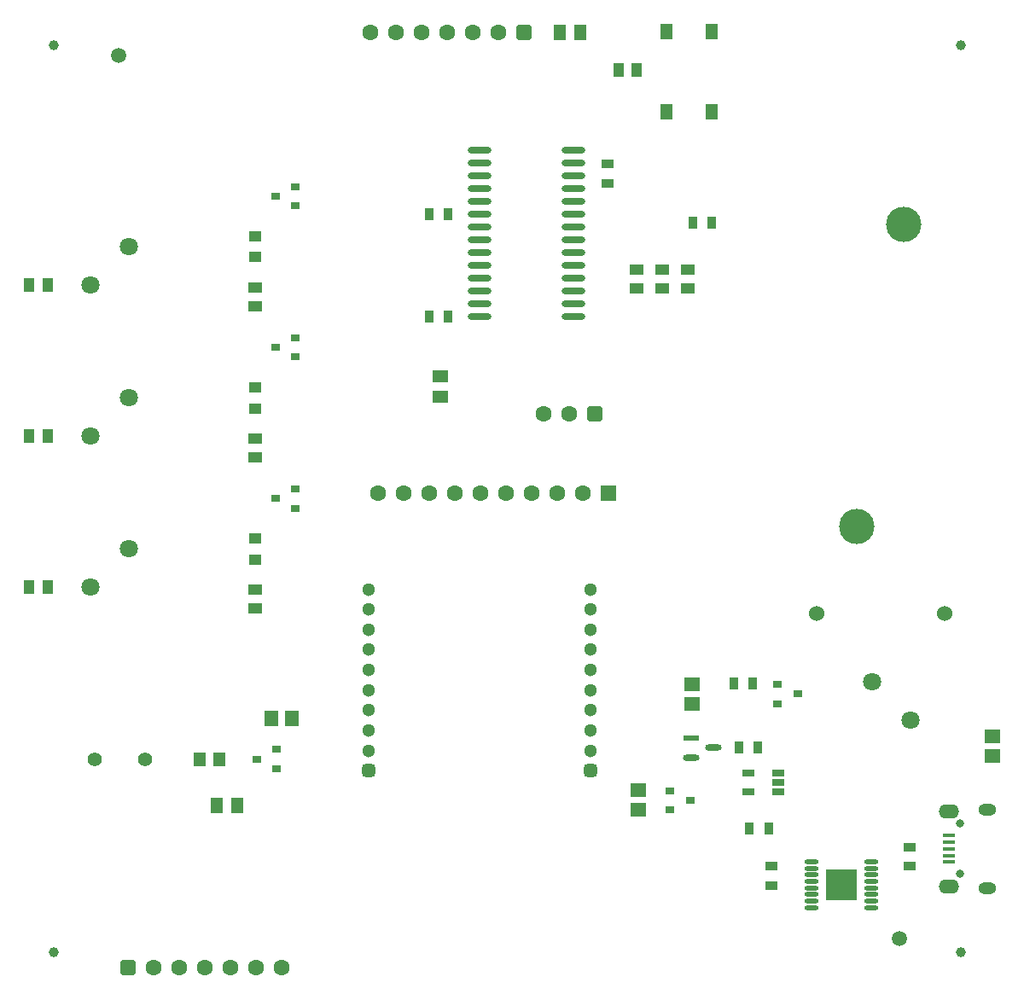
<source format=gbr>
%TF.GenerationSoftware,Altium Limited,Altium Designer,22.7.1 (60)*%
G04 Layer_Color=255*
%FSLAX43Y43*%
%MOMM*%
%TF.SameCoordinates,2B380584-264C-487A-9C59-0A3591007A03*%
%TF.FilePolarity,Positive*%
%TF.FileFunction,Pads,Top*%
%TF.Part,Single*%
G01*
G75*
%TA.AperFunction,FiducialPad,Global*%
%ADD10C,1.500*%
%TA.AperFunction,SMDPad,CuDef*%
%ADD11R,1.450X1.050*%
%ADD12R,1.250X1.550*%
%ADD13R,1.550X1.250*%
%ADD14R,1.350X1.550*%
%ADD15R,1.550X1.350*%
%ADD16R,1.300X1.550*%
G04:AMPARAMS|DCode=17|XSize=1.636mm|YSize=0.625mm|CornerRadius=0.313mm|HoleSize=0mm|Usage=FLASHONLY|Rotation=0.000|XOffset=0mm|YOffset=0mm|HoleType=Round|Shape=RoundedRectangle|*
%AMROUNDEDRECTD17*
21,1,1.636,0.000,0,0,0.0*
21,1,1.011,0.625,0,0,0.0*
1,1,0.625,0.505,0.000*
1,1,0.625,-0.505,0.000*
1,1,0.625,-0.505,0.000*
1,1,0.625,0.505,0.000*
%
%ADD17ROUNDEDRECTD17*%
%ADD18R,1.636X0.625*%
%ADD19R,1.300X0.450*%
%ADD20O,2.350X0.700*%
%ADD21R,0.900X1.300*%
%ADD22R,1.200X0.650*%
%ADD23R,1.300X0.900*%
%ADD24R,1.300X1.100*%
%ADD25R,1.000X1.350*%
%ADD26R,0.900X0.800*%
%ADD27O,1.400X0.450*%
%ADD28R,3.100X3.100*%
%ADD29R,1.200X1.450*%
%TA.AperFunction,ComponentPad*%
%ADD35C,1.600*%
G04:AMPARAMS|DCode=36|XSize=1.6mm|YSize=1.6mm|CornerRadius=0.4mm|HoleSize=0mm|Usage=FLASHONLY|Rotation=180.000|XOffset=0mm|YOffset=0mm|HoleType=Round|Shape=RoundedRectangle|*
%AMROUNDEDRECTD36*
21,1,1.600,0.800,0,0,180.0*
21,1,0.800,1.600,0,0,180.0*
1,1,0.800,-0.400,0.400*
1,1,0.800,0.400,0.400*
1,1,0.800,0.400,-0.400*
1,1,0.800,-0.400,-0.400*
%
%ADD36ROUNDEDRECTD36*%
%ADD37O,2.000X1.400*%
%ADD38C,0.800*%
%ADD39O,1.800X1.150*%
%ADD40C,1.530*%
%ADD41C,3.500*%
%ADD42C,1.300*%
G04:AMPARAMS|DCode=43|XSize=1.3mm|YSize=1.3mm|CornerRadius=0.325mm|HoleSize=0mm|Usage=FLASHONLY|Rotation=90.000|XOffset=0mm|YOffset=0mm|HoleType=Round|Shape=RoundedRectangle|*
%AMROUNDEDRECTD43*
21,1,1.300,0.650,0,0,90.0*
21,1,0.650,1.300,0,0,90.0*
1,1,0.650,0.325,0.325*
1,1,0.650,0.325,-0.325*
1,1,0.650,-0.325,-0.325*
1,1,0.650,-0.325,0.325*
%
%ADD43ROUNDEDRECTD43*%
%ADD44C,1.800*%
%ADD45R,1.600X1.600*%
%ADD46C,1.400*%
%TA.AperFunction,WasherPad*%
%ADD47C,1.000*%
D10*
X11430Y93980D02*
D03*
X88900Y6350D02*
D03*
D11*
X65405Y70830D02*
D03*
Y72680D02*
D03*
X62865Y70830D02*
D03*
Y72680D02*
D03*
X25000Y70925D02*
D03*
Y69075D02*
D03*
Y54075D02*
D03*
Y55925D02*
D03*
Y39075D02*
D03*
Y40925D02*
D03*
X67945Y72680D02*
D03*
Y70830D02*
D03*
D12*
X57286Y96266D02*
D03*
X55236D02*
D03*
X23250Y19558D02*
D03*
X21200D02*
D03*
D13*
X43355Y60075D02*
D03*
Y62125D02*
D03*
D14*
X26645Y28169D02*
D03*
X28595D02*
D03*
D15*
X68326Y29632D02*
D03*
Y31582D02*
D03*
X62992Y19091D02*
D03*
Y21041D02*
D03*
X98133Y24460D02*
D03*
Y26410D02*
D03*
D16*
X70322Y96304D02*
D03*
X65822D02*
D03*
X70322Y88354D02*
D03*
X65822D02*
D03*
D17*
X70432Y25273D02*
D03*
X68252Y24323D02*
D03*
D18*
Y26223D02*
D03*
D19*
X93800Y13940D02*
D03*
Y14590D02*
D03*
Y15890D02*
D03*
Y15240D02*
D03*
Y16540D02*
D03*
D20*
X47293Y84582D02*
D03*
Y83312D02*
D03*
Y82042D02*
D03*
Y80772D02*
D03*
Y79502D02*
D03*
Y78232D02*
D03*
Y76962D02*
D03*
Y75692D02*
D03*
Y74422D02*
D03*
Y73152D02*
D03*
Y71882D02*
D03*
Y70612D02*
D03*
Y69342D02*
D03*
Y68072D02*
D03*
X56593Y84582D02*
D03*
Y83312D02*
D03*
Y82042D02*
D03*
Y80772D02*
D03*
Y79502D02*
D03*
Y78232D02*
D03*
Y76962D02*
D03*
Y75692D02*
D03*
Y74422D02*
D03*
Y73152D02*
D03*
Y71882D02*
D03*
Y70612D02*
D03*
Y69342D02*
D03*
Y68072D02*
D03*
D21*
X74056Y17272D02*
D03*
X75956D02*
D03*
X68392Y77343D02*
D03*
X70292D02*
D03*
X44130Y68072D02*
D03*
X42230D02*
D03*
X72964Y25273D02*
D03*
X74864D02*
D03*
X72456Y31623D02*
D03*
X74356D02*
D03*
X42230Y78232D02*
D03*
X44130D02*
D03*
D22*
X76913Y20894D02*
D03*
Y21844D02*
D03*
Y22794D02*
D03*
X73963D02*
D03*
Y20894D02*
D03*
D23*
X89916Y13528D02*
D03*
Y15428D02*
D03*
X76200Y11623D02*
D03*
Y13523D02*
D03*
X59973Y83202D02*
D03*
Y81302D02*
D03*
D24*
X25000Y76050D02*
D03*
Y73950D02*
D03*
Y61050D02*
D03*
Y58950D02*
D03*
Y46050D02*
D03*
Y43950D02*
D03*
D25*
X4400Y41179D02*
D03*
X2600D02*
D03*
X62823Y92547D02*
D03*
X61023D02*
D03*
X2600Y71190D02*
D03*
X4400D02*
D03*
X2600Y56190D02*
D03*
X4400D02*
D03*
D26*
X78851Y30607D02*
D03*
X76851Y29657D02*
D03*
Y31557D02*
D03*
X27123Y23196D02*
D03*
Y25096D02*
D03*
X25123Y24146D02*
D03*
X29000Y79050D02*
D03*
Y80950D02*
D03*
X27000Y80000D02*
D03*
X29000Y64050D02*
D03*
Y65950D02*
D03*
X27000Y65000D02*
D03*
X29000Y49050D02*
D03*
Y50950D02*
D03*
X27000Y50000D02*
D03*
X66183Y21016D02*
D03*
Y19116D02*
D03*
X68183Y20066D02*
D03*
D27*
X86135Y13959D02*
D03*
Y13309D02*
D03*
Y12659D02*
D03*
Y12009D02*
D03*
Y11359D02*
D03*
Y10709D02*
D03*
Y9409D02*
D03*
Y10059D02*
D03*
X80235Y13959D02*
D03*
Y12659D02*
D03*
Y12009D02*
D03*
Y13309D02*
D03*
Y10709D02*
D03*
Y11359D02*
D03*
Y9409D02*
D03*
Y10059D02*
D03*
D28*
X83185Y11684D02*
D03*
D29*
X19475Y24146D02*
D03*
X21475D02*
D03*
D35*
X36449Y96266D02*
D03*
X38989D02*
D03*
X44069D02*
D03*
X49149D02*
D03*
X46609D02*
D03*
X41529D02*
D03*
X27620Y3500D02*
D03*
X25080D02*
D03*
X20000D02*
D03*
X14920D02*
D03*
X17460D02*
D03*
X22540D02*
D03*
X56174Y58404D02*
D03*
X53634D02*
D03*
X37211Y50546D02*
D03*
X42291D02*
D03*
X47371D02*
D03*
X52451D02*
D03*
X57531D02*
D03*
X54991D02*
D03*
X49911D02*
D03*
X44831D02*
D03*
X39751D02*
D03*
D36*
X51689Y96266D02*
D03*
X12380Y3500D02*
D03*
X58714Y58404D02*
D03*
D37*
X93800Y11515D02*
D03*
Y18965D02*
D03*
D38*
X94900Y12740D02*
D03*
Y17740D02*
D03*
D39*
X97600Y11365D02*
D03*
Y19115D02*
D03*
D40*
X93372Y38611D02*
D03*
X80672D02*
D03*
D41*
X89372Y77221D02*
D03*
X84672Y47251D02*
D03*
D42*
X36244Y41000D02*
D03*
Y39000D02*
D03*
Y37000D02*
D03*
Y25000D02*
D03*
Y27000D02*
D03*
Y29000D02*
D03*
Y31000D02*
D03*
Y33000D02*
D03*
Y35000D02*
D03*
X58244Y41000D02*
D03*
Y39000D02*
D03*
Y37000D02*
D03*
Y25000D02*
D03*
Y27000D02*
D03*
Y29000D02*
D03*
Y31000D02*
D03*
Y33000D02*
D03*
Y35000D02*
D03*
D43*
X36244Y23000D02*
D03*
X58244D02*
D03*
D44*
X12500Y75000D02*
D03*
X8690Y71190D02*
D03*
X12500Y60000D02*
D03*
X8690Y56190D02*
D03*
X12500Y45000D02*
D03*
X8690Y41190D02*
D03*
X90000Y28000D02*
D03*
X86190Y31810D02*
D03*
D45*
X60071Y50546D02*
D03*
D46*
X9057Y24130D02*
D03*
X14057D02*
D03*
D47*
X5000Y5000D02*
D03*
X95000D02*
D03*
Y95000D02*
D03*
X5000D02*
D03*
%TF.MD5,a9fbfe1809bc5aa6cf8affc287dc1475*%
M02*

</source>
